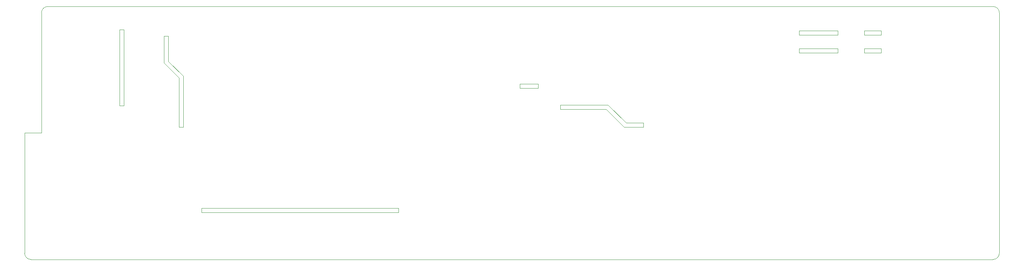
<source format=gbr>
%TF.GenerationSoftware,KiCad,Pcbnew,7.0.10-7.0.10~ubuntu22.04.1*%
%TF.CreationDate,2024-01-02T16:00:03+01:00*%
%TF.ProjectId,EEZ DIB AUX-PS,45455a20-4449-4422-9041-55582d50532e,r3B7*%
%TF.SameCoordinates,Original*%
%TF.FileFunction,Profile,NP*%
%FSLAX46Y46*%
G04 Gerber Fmt 4.6, Leading zero omitted, Abs format (unit mm)*
G04 Created by KiCad (PCBNEW 7.0.10-7.0.10~ubuntu22.04.1) date 2024-01-02 16:00:03*
%MOMM*%
%LPD*%
G01*
G04 APERTURE LIST*
%TA.AperFunction,Profile*%
%ADD10C,0.101600*%
%TD*%
%TA.AperFunction,Profile*%
%ADD11C,0.100000*%
%TD*%
G04 APERTURE END LIST*
D10*
X75097600Y-122811600D02*
X121706600Y-122811600D01*
X67251100Y-88003600D02*
X67251100Y-82003600D01*
X179555100Y-103634600D02*
X175046600Y-103634600D01*
D11*
X263751100Y-133503600D02*
X263751100Y-76503600D01*
D10*
X150399750Y-93345000D02*
X154654250Y-93345000D01*
X70751100Y-103584100D02*
X70751100Y-91503600D01*
D11*
X33251100Y-133503600D02*
G75*
G03*
X34751100Y-135003600I1500000J0D01*
G01*
X34751100Y-135003600D02*
X262251100Y-135003600D01*
D10*
X70751100Y-91503600D02*
X67251100Y-88003600D01*
X150399750Y-93345000D02*
X150399750Y-94361000D01*
X75097600Y-123827600D02*
X121706600Y-123827600D01*
X175491100Y-102618600D02*
X179555100Y-102618600D01*
X69751100Y-103584100D02*
X70751100Y-103584100D01*
D11*
X37251100Y-105003600D02*
X37251100Y-76503600D01*
D10*
X159933600Y-99380100D02*
X159933600Y-98364100D01*
D11*
X262251100Y-135003600D02*
G75*
G03*
X263751100Y-133503600I0J1500000D01*
G01*
D10*
X179555100Y-102618600D02*
X179555100Y-103634600D01*
X66251100Y-88403600D02*
X66251100Y-82003600D01*
X69751100Y-103584100D02*
X69751100Y-91903600D01*
X170792100Y-99380100D02*
X159933600Y-99380100D01*
D11*
X38751100Y-75003600D02*
G75*
G03*
X37251100Y-76503600I0J-1500000D01*
G01*
D10*
X154654250Y-94361000D02*
X150399750Y-94361000D01*
X171236600Y-98364100D02*
X175491100Y-102618600D01*
X154654250Y-93345000D02*
X154654250Y-94361000D01*
D11*
X262251100Y-75003600D02*
X38751100Y-75003600D01*
X33251100Y-133503600D02*
X33251100Y-105003600D01*
D10*
X159933600Y-98364100D02*
X171236600Y-98364100D01*
X66251100Y-82003600D02*
X67251100Y-82003600D01*
X75097600Y-123827600D02*
X75097600Y-122811600D01*
D11*
X263751100Y-76503600D02*
G75*
G03*
X262251100Y-75003600I-1500000J0D01*
G01*
D10*
X69751100Y-91903600D02*
X66251100Y-88403600D01*
X121706600Y-123827600D02*
X121706600Y-122811600D01*
X175046600Y-103634600D02*
X170792100Y-99380100D01*
D11*
X33251100Y-105003600D02*
X37251100Y-105003600D01*
%TO.C,SW1*%
X55751100Y-80503600D02*
X56751100Y-80503600D01*
X55751100Y-98503600D02*
X55751100Y-80503600D01*
X56751100Y-80503600D02*
X56751100Y-98503600D01*
X56751100Y-98503600D02*
X55751100Y-98503600D01*
%TO.C,X3*%
X231807000Y-80783120D02*
X235807000Y-80783120D01*
X231807000Y-81783120D02*
X231807000Y-80783120D01*
X231807000Y-84983120D02*
X235807000Y-84983120D01*
X231807000Y-85983120D02*
X231807000Y-84983120D01*
X235807000Y-80783120D02*
X235807000Y-81783120D01*
X235807000Y-81783120D02*
X231807000Y-81783120D01*
X235807000Y-84983120D02*
X235807000Y-85983120D01*
X235807000Y-85983120D02*
X231807000Y-85983120D01*
%TO.C,X2*%
X225580000Y-80775500D02*
X225580000Y-81775500D01*
X216380000Y-80775500D02*
X225580000Y-80775500D01*
X225580000Y-81775500D02*
X216380000Y-81775500D01*
X216380000Y-81775500D02*
X216380000Y-80775500D01*
X225580000Y-84975500D02*
X225580000Y-85975500D01*
X216380000Y-84975500D02*
X225580000Y-84975500D01*
X225580000Y-85975500D02*
X216380000Y-85975500D01*
X216380000Y-85975500D02*
X216380000Y-84975500D01*
%TD*%
M02*

</source>
